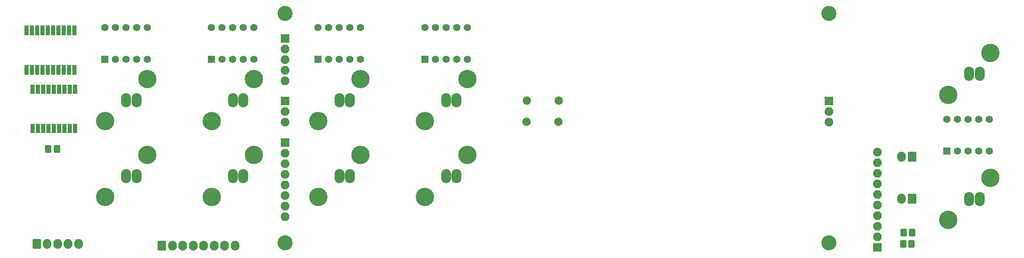
<source format=gbr>
%TF.GenerationSoftware,KiCad,Pcbnew,7.0.10*%
%TF.CreationDate,2024-01-24T20:37:13+01:00*%
%TF.ProjectId,ThePreamp-Analogue,54686550-7265-4616-9d70-2d416e616c6f,rev?*%
%TF.SameCoordinates,Original*%
%TF.FileFunction,Soldermask,Bot*%
%TF.FilePolarity,Negative*%
%FSLAX46Y46*%
G04 Gerber Fmt 4.6, Leading zero omitted, Abs format (unit mm)*
G04 Created by KiCad (PCBNEW 7.0.10) date 2024-01-24 20:37:13*
%MOMM*%
%LPD*%
G01*
G04 APERTURE LIST*
G04 Aperture macros list*
%AMRoundRect*
0 Rectangle with rounded corners*
0 $1 Rounding radius*
0 $2 $3 $4 $5 $6 $7 $8 $9 X,Y pos of 4 corners*
0 Add a 4 corners polygon primitive as box body*
4,1,4,$2,$3,$4,$5,$6,$7,$8,$9,$2,$3,0*
0 Add four circle primitives for the rounded corners*
1,1,$1+$1,$2,$3*
1,1,$1+$1,$4,$5*
1,1,$1+$1,$6,$7*
1,1,$1+$1,$8,$9*
0 Add four rect primitives between the rounded corners*
20,1,$1+$1,$2,$3,$4,$5,0*
20,1,$1+$1,$4,$5,$6,$7,0*
20,1,$1+$1,$6,$7,$8,$9,0*
20,1,$1+$1,$8,$9,$2,$3,0*%
G04 Aperture macros list end*
%ADD10RoundRect,0.335106X-0.452394X-0.589894X0.452394X-0.589894X0.452394X0.589894X-0.452394X0.589894X0*%
%ADD11RoundRect,0.333333X0.466667X0.566667X-0.466667X0.566667X-0.466667X-0.566667X0.466667X-0.566667X0*%
%ADD12O,2.400000X3.400000*%
%ADD13C,4.400000*%
%ADD14RoundRect,0.333333X-0.466667X-0.566667X0.466667X-0.566667X0.466667X0.566667X-0.466667X0.566667X0*%
%ADD15C,3.600000*%
%ADD16RoundRect,0.200000X0.675000X-0.675000X0.675000X0.675000X-0.675000X0.675000X-0.675000X-0.675000X0*%
%ADD17C,1.750000*%
%ADD18RoundRect,0.308824X-0.741176X-0.866176X0.741176X-0.866176X0.741176X0.866176X-0.741176X0.866176X0*%
%ADD19O,2.100000X2.350000*%
%ADD20C,2.000000*%
%ADD21O,2.000000X2.000000*%
%ADD22RoundRect,0.308824X0.741176X0.891176X-0.741176X0.891176X-0.741176X-0.891176X0.741176X-0.891176X0*%
%ADD23O,2.100000X2.400000*%
%ADD24RoundRect,0.200000X-0.325000X-0.975000X0.325000X-0.975000X0.325000X0.975000X-0.325000X0.975000X0*%
%ADD25RoundRect,0.200000X-0.850000X-0.850000X0.850000X-0.850000X0.850000X0.850000X-0.850000X0.850000X0*%
%ADD26O,2.100000X2.100000*%
%ADD27RoundRect,0.200000X0.850000X0.850000X-0.850000X0.850000X-0.850000X-0.850000X0.850000X-0.850000X0*%
%ADD28RoundRect,0.200000X-0.325000X-0.925000X0.325000X-0.925000X0.325000X0.925000X-0.325000X0.925000X0*%
G04 APERTURE END LIST*
D10*
%TO.C,C1*%
X8362500Y27500000D03*
X10437500Y27500000D03*
%TD*%
D11*
%TO.C,R4*%
X212800000Y4700000D03*
X214800000Y4700000D03*
%TD*%
D12*
%TO.C,RCA10*%
X231100000Y45500000D03*
X228600000Y45500000D03*
D13*
X233650000Y50550000D03*
X223550000Y40450000D03*
%TD*%
%TO.C,RCA3*%
X72950000Y15950000D03*
X83050000Y26050000D03*
D12*
X78000000Y21000000D03*
X80500000Y21000000D03*
%TD*%
D13*
%TO.C,RCA6*%
X47450000Y34150000D03*
X57550000Y44250000D03*
D12*
X52500000Y39200000D03*
X55000000Y39200000D03*
%TD*%
D13*
%TO.C,RCA8*%
X98450000Y34150000D03*
X108550000Y44250000D03*
D12*
X103500000Y39200000D03*
X106000000Y39200000D03*
%TD*%
D13*
%TO.C,RCA1*%
X21950000Y15950000D03*
X32050000Y26050000D03*
D12*
X27000000Y21000000D03*
X29500000Y21000000D03*
%TD*%
D13*
%TO.C,RCA5*%
X21950000Y34150000D03*
X32050000Y44250000D03*
D12*
X27000000Y39200000D03*
X29500000Y39200000D03*
%TD*%
D13*
%TO.C,RCA4*%
X98450000Y15950000D03*
X108550000Y26050000D03*
D12*
X103500000Y21000000D03*
X106000000Y21000000D03*
%TD*%
D13*
%TO.C,RCA7*%
X72950000Y34150000D03*
X83050000Y44250000D03*
D12*
X78000000Y39200000D03*
X80500000Y39200000D03*
%TD*%
D13*
%TO.C,RCA2*%
X47450000Y15950000D03*
X57550000Y26050000D03*
D12*
X52500000Y21000000D03*
X55000000Y21000000D03*
%TD*%
D13*
%TO.C,RCA9*%
X223550000Y10450000D03*
X233650000Y20550000D03*
D12*
X228600000Y15500000D03*
X231100000Y15500000D03*
%TD*%
D14*
%TO.C,R3*%
X214900000Y7400000D03*
X212900000Y7400000D03*
%TD*%
D15*
%TO.C,REF\u002A\u002A*%
X65000000Y60000000D03*
%TD*%
D16*
%TO.C,K4*%
X98400000Y49000000D03*
D17*
X100940000Y49000000D03*
X103480000Y49000000D03*
X106020000Y49000000D03*
X108560000Y49000000D03*
X108560000Y56620000D03*
X106020000Y56620000D03*
X103480000Y56620000D03*
X100940000Y56620000D03*
X98400000Y56620000D03*
%TD*%
D15*
%TO.C,REF\u002A\u002A*%
X195000000Y60000000D03*
%TD*%
D16*
%TO.C,K2*%
X47400000Y49000000D03*
D17*
X49940000Y49000000D03*
X52480000Y49000000D03*
X55020000Y49000000D03*
X57560000Y49000000D03*
X57560000Y56620000D03*
X55020000Y56620000D03*
X52480000Y56620000D03*
X49940000Y56620000D03*
X47400000Y56620000D03*
%TD*%
D16*
%TO.C,K1*%
X21900000Y49000000D03*
D17*
X24440000Y49000000D03*
X26980000Y49000000D03*
X29520000Y49000000D03*
X32060000Y49000000D03*
X32060000Y56620000D03*
X29520000Y56620000D03*
X26980000Y56620000D03*
X24440000Y56620000D03*
X21900000Y56620000D03*
%TD*%
D15*
%TO.C,REF\u002A\u002A*%
X195000000Y5000000D03*
%TD*%
D16*
%TO.C,K3*%
X72900000Y49000000D03*
D17*
X75440000Y49000000D03*
X77980000Y49000000D03*
X80520000Y49000000D03*
X83060000Y49000000D03*
X83060000Y56620000D03*
X80520000Y56620000D03*
X77980000Y56620000D03*
X75440000Y56620000D03*
X72900000Y56620000D03*
%TD*%
D16*
%TO.C,K5*%
X223220000Y26990000D03*
D17*
X225760000Y26990000D03*
X228300000Y26990000D03*
X230840000Y26990000D03*
X233380000Y26990000D03*
X233380000Y34610000D03*
X230840000Y34610000D03*
X228300000Y34610000D03*
X225760000Y34610000D03*
X223220000Y34610000D03*
%TD*%
D15*
%TO.C,REF\u002A\u002A*%
X65000000Y5000000D03*
%TD*%
D18*
%TO.C,J3*%
X35550000Y4275000D03*
D19*
X38050000Y4275000D03*
X40550000Y4275000D03*
X43050000Y4275000D03*
X45550000Y4275000D03*
X48050000Y4275000D03*
X50550000Y4275000D03*
X53050000Y4275000D03*
%TD*%
D20*
%TO.C,R2*%
X130310000Y34000000D03*
D21*
X122690000Y34000000D03*
%TD*%
D22*
%TO.C,J8*%
X214900000Y15600000D03*
D23*
X212400000Y15600000D03*
%TD*%
D18*
%TO.C,J5*%
X5600000Y4700000D03*
D19*
X8100000Y4700000D03*
X10600000Y4700000D03*
X13100000Y4700000D03*
X15600000Y4700000D03*
%TD*%
D24*
%TO.C,IC1*%
X14615000Y46475000D03*
X13345000Y46475000D03*
X12075000Y46475000D03*
X10805000Y46475000D03*
X9535000Y46475000D03*
X8265000Y46475000D03*
X6995000Y46475000D03*
X5725000Y46475000D03*
X4455000Y46475000D03*
X3185000Y46475000D03*
X3185000Y55925000D03*
X4455000Y55925000D03*
X5725000Y55925000D03*
X6995000Y55925000D03*
X8265000Y55925000D03*
X9535000Y55925000D03*
X10805000Y55925000D03*
X12075000Y55925000D03*
X13345000Y55925000D03*
X14615000Y55925000D03*
%TD*%
D25*
%TO.C,J7*%
X206600000Y3860000D03*
D26*
X206600000Y6400000D03*
X206600000Y8940000D03*
X206600000Y11480000D03*
X206600000Y14020000D03*
X206600000Y16560000D03*
X206600000Y19100000D03*
X206600000Y21640000D03*
X206600000Y24180000D03*
X206600000Y26720000D03*
%TD*%
D20*
%TO.C,R1*%
X130400000Y39100000D03*
D21*
X122780000Y39100000D03*
%TD*%
D27*
%TO.C,J1*%
X65000000Y39000000D03*
D26*
X65000000Y36460000D03*
X65000000Y33920000D03*
%TD*%
D27*
%TO.C,J6*%
X65000000Y54000000D03*
D26*
X65000000Y51460000D03*
X65000000Y48920000D03*
X65000000Y46380000D03*
X65000000Y43840000D03*
%TD*%
D27*
%TO.C,J2*%
X195000000Y39000000D03*
D26*
X195000000Y36460000D03*
X195000000Y33920000D03*
%TD*%
D28*
%TO.C,U1*%
X14780000Y32425000D03*
X13510000Y32425000D03*
X12240000Y32425000D03*
X10970000Y32425000D03*
X9700000Y32425000D03*
X8430000Y32425000D03*
X7160000Y32425000D03*
X5890000Y32425000D03*
X4620000Y32425000D03*
X4620000Y41775000D03*
X5890000Y41775000D03*
X7160000Y41775000D03*
X8430000Y41775000D03*
X9700000Y41775000D03*
X10970000Y41775000D03*
X12240000Y41775000D03*
X13510000Y41775000D03*
X14780000Y41775000D03*
%TD*%
D22*
%TO.C,J9*%
X214900000Y25600000D03*
D23*
X212400000Y25600000D03*
%TD*%
D27*
%TO.C,J4*%
X65000000Y29000000D03*
D26*
X65000000Y26460000D03*
X65000000Y23920000D03*
X65000000Y21380000D03*
X65000000Y18840000D03*
X65000000Y16300000D03*
X65000000Y13760000D03*
X65000000Y11220000D03*
%TD*%
M02*

</source>
